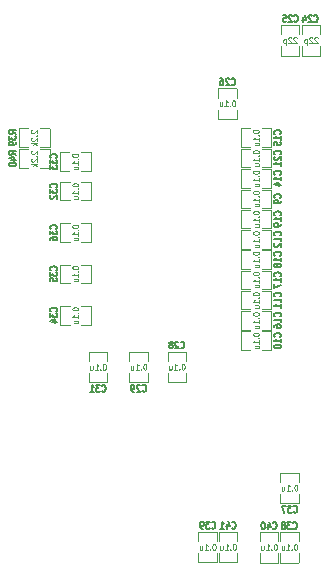
<source format=gbr>
G04 #@! TF.FileFunction,Legend,Bot*
%FSLAX46Y46*%
G04 Gerber Fmt 4.6, Leading zero omitted, Abs format (unit mm)*
G04 Created by KiCad (PCBNEW 4.0.6+dfsg1-1) date Fri Sep 29 01:28:00 2017*
%MOMM*%
%LPD*%
G01*
G04 APERTURE LIST*
%ADD10C,0.100000*%
%ADD11C,0.119380*%
%ADD12C,0.127000*%
%ADD13C,0.114300*%
G04 APERTURE END LIST*
D10*
D11*
X58979620Y-53674860D02*
X58197300Y-53674860D01*
X59980380Y-53674860D02*
X60762700Y-53674860D01*
X58979620Y-52105140D02*
X58197300Y-52105140D01*
X60762700Y-52105140D02*
X59980380Y-52105140D01*
X58189680Y-52128000D02*
X58189680Y-53652000D01*
X60770320Y-53652000D02*
X60770320Y-52128000D01*
X58979620Y-65684860D02*
X58197300Y-65684860D01*
X59980380Y-65684860D02*
X60762700Y-65684860D01*
X58979620Y-64115140D02*
X58197300Y-64115140D01*
X60762700Y-64115140D02*
X59980380Y-64115140D01*
X58189680Y-64138000D02*
X58189680Y-65662000D01*
X60770320Y-65662000D02*
X60770320Y-64138000D01*
X58979620Y-62254860D02*
X58197300Y-62254860D01*
X59980380Y-62254860D02*
X60762700Y-62254860D01*
X58979620Y-60685140D02*
X58197300Y-60685140D01*
X60762700Y-60685140D02*
X59980380Y-60685140D01*
X58189680Y-60708000D02*
X58189680Y-62232000D01*
X60770320Y-62232000D02*
X60770320Y-60708000D01*
X58979620Y-57104860D02*
X58197300Y-57104860D01*
X59980380Y-57104860D02*
X60762700Y-57104860D01*
X58979620Y-55535140D02*
X58197300Y-55535140D01*
X60762700Y-55535140D02*
X59980380Y-55535140D01*
X58189680Y-55558000D02*
X58189680Y-57082000D01*
X60770320Y-57082000D02*
X60770320Y-55558000D01*
X58979620Y-51954860D02*
X58197300Y-51954860D01*
X59980380Y-51954860D02*
X60762700Y-51954860D01*
X58979620Y-50385140D02*
X58197300Y-50385140D01*
X60762700Y-50385140D02*
X59980380Y-50385140D01*
X58189680Y-50408000D02*
X58189680Y-51932000D01*
X60770320Y-51932000D02*
X60770320Y-50408000D01*
X58969620Y-48504860D02*
X58187300Y-48504860D01*
X59970380Y-48504860D02*
X60752700Y-48504860D01*
X58969620Y-46935140D02*
X58187300Y-46935140D01*
X60752700Y-46935140D02*
X59970380Y-46935140D01*
X58179680Y-46958000D02*
X58179680Y-48482000D01*
X60760320Y-48482000D02*
X60760320Y-46958000D01*
X58979620Y-63964860D02*
X58197300Y-63964860D01*
X59980380Y-63964860D02*
X60762700Y-63964860D01*
X58979620Y-62395140D02*
X58197300Y-62395140D01*
X60762700Y-62395140D02*
X59980380Y-62395140D01*
X58189680Y-62418000D02*
X58189680Y-63942000D01*
X60770320Y-63942000D02*
X60770320Y-62418000D01*
X58979620Y-60534860D02*
X58197300Y-60534860D01*
X59980380Y-60534860D02*
X60762700Y-60534860D01*
X58979620Y-58965140D02*
X58197300Y-58965140D01*
X60762700Y-58965140D02*
X59980380Y-58965140D01*
X58189680Y-58988000D02*
X58189680Y-60512000D01*
X60770320Y-60512000D02*
X60770320Y-58988000D01*
X58979620Y-58814860D02*
X58197300Y-58814860D01*
X59980380Y-58814860D02*
X60762700Y-58814860D01*
X58979620Y-57245140D02*
X58197300Y-57245140D01*
X60762700Y-57245140D02*
X59980380Y-57245140D01*
X58189680Y-57268000D02*
X58189680Y-58792000D01*
X60770320Y-58792000D02*
X60770320Y-57268000D01*
X58979620Y-55384860D02*
X58197300Y-55384860D01*
X59980380Y-55384860D02*
X60762700Y-55384860D01*
X58979620Y-53815140D02*
X58197300Y-53815140D01*
X60762700Y-53815140D02*
X59980380Y-53815140D01*
X58189680Y-53838000D02*
X58189680Y-55362000D01*
X60770320Y-55362000D02*
X60770320Y-53838000D01*
X58979620Y-50234860D02*
X58197300Y-50234860D01*
X59980380Y-50234860D02*
X60762700Y-50234860D01*
X58979620Y-48665140D02*
X58197300Y-48665140D01*
X60762700Y-48665140D02*
X59980380Y-48665140D01*
X58189680Y-48688000D02*
X58189680Y-50212000D01*
X60770320Y-50212000D02*
X60770320Y-48688000D01*
X63335140Y-38979620D02*
X63335140Y-38197300D01*
X63335140Y-39980380D02*
X63335140Y-40762700D01*
X64904860Y-38979620D02*
X64904860Y-38197300D01*
X64904860Y-40762700D02*
X64904860Y-39980380D01*
X64882000Y-38189680D02*
X63358000Y-38189680D01*
X63358000Y-40770320D02*
X64882000Y-40770320D01*
X61555140Y-38979620D02*
X61555140Y-38197300D01*
X61555140Y-39980380D02*
X61555140Y-40762700D01*
X63124860Y-38979620D02*
X63124860Y-38197300D01*
X63124860Y-40762700D02*
X63124860Y-39980380D01*
X63102000Y-38189680D02*
X61578000Y-38189680D01*
X61578000Y-40770320D02*
X63102000Y-40770320D01*
X57824860Y-45340380D02*
X57824860Y-46122700D01*
X57824860Y-44339620D02*
X57824860Y-43557300D01*
X56255140Y-45340380D02*
X56255140Y-46122700D01*
X56255140Y-43557300D02*
X56255140Y-44339620D01*
X56278000Y-46130320D02*
X57802000Y-46130320D01*
X57802000Y-43549680D02*
X56278000Y-43549680D01*
X53544860Y-67630380D02*
X53544860Y-68412700D01*
X53544860Y-66629620D02*
X53544860Y-65847300D01*
X51975140Y-67630380D02*
X51975140Y-68412700D01*
X51975140Y-65847300D02*
X51975140Y-66629620D01*
X51998000Y-68420320D02*
X53522000Y-68420320D01*
X53522000Y-65839680D02*
X51998000Y-65839680D01*
X48735140Y-66629620D02*
X48735140Y-65847300D01*
X48735140Y-67630380D02*
X48735140Y-68412700D01*
X50304860Y-66629620D02*
X50304860Y-65847300D01*
X50304860Y-68412700D02*
X50304860Y-67630380D01*
X50282000Y-65839680D02*
X48758000Y-65839680D01*
X48758000Y-68420320D02*
X50282000Y-68420320D01*
X45295140Y-66639620D02*
X45295140Y-65857300D01*
X45295140Y-67640380D02*
X45295140Y-68422700D01*
X46864860Y-66639620D02*
X46864860Y-65857300D01*
X46864860Y-68422700D02*
X46864860Y-67640380D01*
X46842000Y-65849680D02*
X45318000Y-65849680D01*
X45318000Y-68430320D02*
X46842000Y-68430320D01*
X44680380Y-51455140D02*
X45462700Y-51455140D01*
X43679620Y-51455140D02*
X42897300Y-51455140D01*
X44680380Y-53024860D02*
X45462700Y-53024860D01*
X42897300Y-53024860D02*
X43679620Y-53024860D01*
X45470320Y-53002000D02*
X45470320Y-51478000D01*
X42889680Y-51478000D02*
X42889680Y-53002000D01*
X44670380Y-48955140D02*
X45452700Y-48955140D01*
X43669620Y-48955140D02*
X42887300Y-48955140D01*
X44670380Y-50524860D02*
X45452700Y-50524860D01*
X42887300Y-50524860D02*
X43669620Y-50524860D01*
X45460320Y-50502000D02*
X45460320Y-48978000D01*
X42879680Y-48978000D02*
X42879680Y-50502000D01*
X44680380Y-61965140D02*
X45462700Y-61965140D01*
X43679620Y-61965140D02*
X42897300Y-61965140D01*
X44680380Y-63534860D02*
X45462700Y-63534860D01*
X42897300Y-63534860D02*
X43679620Y-63534860D01*
X45470320Y-63512000D02*
X45470320Y-61988000D01*
X42889680Y-61988000D02*
X42889680Y-63512000D01*
X44680380Y-58465140D02*
X45462700Y-58465140D01*
X43679620Y-58465140D02*
X42897300Y-58465140D01*
X44680380Y-60034860D02*
X45462700Y-60034860D01*
X42897300Y-60034860D02*
X43679620Y-60034860D01*
X45470320Y-60012000D02*
X45470320Y-58488000D01*
X42889680Y-58488000D02*
X42889680Y-60012000D01*
X44680380Y-54965140D02*
X45462700Y-54965140D01*
X43679620Y-54965140D02*
X42897300Y-54965140D01*
X44680380Y-56534860D02*
X45462700Y-56534860D01*
X42897300Y-56534860D02*
X43679620Y-56534860D01*
X45470320Y-56512000D02*
X45470320Y-54988000D01*
X42889680Y-54988000D02*
X42889680Y-56512000D01*
X61515140Y-76869620D02*
X61515140Y-76087300D01*
X61515140Y-77870380D02*
X61515140Y-78652700D01*
X63084860Y-76869620D02*
X63084860Y-76087300D01*
X63084860Y-78652700D02*
X63084860Y-77870380D01*
X63062000Y-76079680D02*
X61538000Y-76079680D01*
X61538000Y-78660320D02*
X63062000Y-78660320D01*
X63064860Y-82900380D02*
X63064860Y-83682700D01*
X63064860Y-81899620D02*
X63064860Y-81117300D01*
X61495140Y-82900380D02*
X61495140Y-83682700D01*
X61495140Y-81117300D02*
X61495140Y-81899620D01*
X61518000Y-83690320D02*
X63042000Y-83690320D01*
X63042000Y-81109680D02*
X61518000Y-81109680D01*
X56154860Y-82880380D02*
X56154860Y-83662700D01*
X56154860Y-81879620D02*
X56154860Y-81097300D01*
X54585140Y-82880380D02*
X54585140Y-83662700D01*
X54585140Y-81097300D02*
X54585140Y-81879620D01*
X54608000Y-83670320D02*
X56132000Y-83670320D01*
X56132000Y-81089680D02*
X54608000Y-81089680D01*
X61344860Y-82900380D02*
X61344860Y-83682700D01*
X61344860Y-81899620D02*
X61344860Y-81117300D01*
X59775140Y-82900380D02*
X59775140Y-83682700D01*
X59775140Y-81117300D02*
X59775140Y-81899620D01*
X59798000Y-83690320D02*
X61322000Y-83690320D01*
X61322000Y-81109680D02*
X59798000Y-81109680D01*
X57874860Y-82880380D02*
X57874860Y-83662700D01*
X57874860Y-81879620D02*
X57874860Y-81097300D01*
X56305140Y-82880380D02*
X56305140Y-83662700D01*
X56305140Y-81097300D02*
X56305140Y-81879620D01*
X56328000Y-83670320D02*
X57852000Y-83670320D01*
X57852000Y-81089680D02*
X56328000Y-81089680D01*
X41190380Y-46935140D02*
X41972700Y-46935140D01*
X40189620Y-46935140D02*
X39407300Y-46935140D01*
X41190380Y-48504860D02*
X41972700Y-48504860D01*
X39407300Y-48504860D02*
X40189620Y-48504860D01*
X41980320Y-48482000D02*
X41980320Y-46958000D01*
X39399680Y-46958000D02*
X39399680Y-48482000D01*
X41190380Y-48695140D02*
X41972700Y-48695140D01*
X40189620Y-48695140D02*
X39407300Y-48695140D01*
X41190380Y-50264860D02*
X41972700Y-50264860D01*
X39407300Y-50264860D02*
X40189620Y-50264860D01*
X41980320Y-50242000D02*
X41980320Y-48718000D01*
X39399680Y-48718000D02*
X39399680Y-50242000D01*
D12*
X61517443Y-52805333D02*
X61545262Y-52781143D01*
X61573081Y-52708571D01*
X61573081Y-52660190D01*
X61545262Y-52587619D01*
X61489624Y-52539238D01*
X61433986Y-52515047D01*
X61322710Y-52490857D01*
X61239252Y-52490857D01*
X61127976Y-52515047D01*
X61072338Y-52539238D01*
X61016700Y-52587619D01*
X60988881Y-52660190D01*
X60988881Y-52708571D01*
X61016700Y-52781143D01*
X61044519Y-52805333D01*
X61573081Y-53047238D02*
X61573081Y-53144000D01*
X61545262Y-53192381D01*
X61517443Y-53216571D01*
X61433986Y-53264952D01*
X61322710Y-53289143D01*
X61100157Y-53289143D01*
X61044519Y-53264952D01*
X61016700Y-53240762D01*
X60988881Y-53192381D01*
X60988881Y-53095619D01*
X61016700Y-53047238D01*
X61044519Y-53023047D01*
X61100157Y-52998857D01*
X61239252Y-52998857D01*
X61294890Y-53023047D01*
X61322710Y-53047238D01*
X61350529Y-53095619D01*
X61350529Y-53192381D01*
X61322710Y-53240762D01*
X61294890Y-53264952D01*
X61239252Y-53289143D01*
D13*
X59201810Y-52334829D02*
X59201810Y-52378372D01*
X59226000Y-52421915D01*
X59250190Y-52443686D01*
X59298571Y-52465457D01*
X59395333Y-52487229D01*
X59516286Y-52487229D01*
X59613048Y-52465457D01*
X59661429Y-52443686D01*
X59685619Y-52421915D01*
X59709810Y-52378372D01*
X59709810Y-52334829D01*
X59685619Y-52291286D01*
X59661429Y-52269515D01*
X59613048Y-52247743D01*
X59516286Y-52225972D01*
X59395333Y-52225972D01*
X59298571Y-52247743D01*
X59250190Y-52269515D01*
X59226000Y-52291286D01*
X59201810Y-52334829D01*
X59661429Y-52683172D02*
X59685619Y-52704944D01*
X59709810Y-52683172D01*
X59685619Y-52661401D01*
X59661429Y-52683172D01*
X59709810Y-52683172D01*
X59709810Y-53140372D02*
X59709810Y-52879115D01*
X59709810Y-53009743D02*
X59201810Y-53009743D01*
X59274381Y-52966200D01*
X59322762Y-52922658D01*
X59346952Y-52879115D01*
X59371143Y-53532258D02*
X59709810Y-53532258D01*
X59371143Y-53336315D02*
X59637238Y-53336315D01*
X59685619Y-53358087D01*
X59709810Y-53401629D01*
X59709810Y-53466944D01*
X59685619Y-53510487D01*
X59661429Y-53532258D01*
D12*
X61517443Y-64573428D02*
X61545262Y-64549238D01*
X61573081Y-64476666D01*
X61573081Y-64428285D01*
X61545262Y-64355714D01*
X61489624Y-64307333D01*
X61433986Y-64283142D01*
X61322710Y-64258952D01*
X61239252Y-64258952D01*
X61127976Y-64283142D01*
X61072338Y-64307333D01*
X61016700Y-64355714D01*
X60988881Y-64428285D01*
X60988881Y-64476666D01*
X61016700Y-64549238D01*
X61044519Y-64573428D01*
X61573081Y-65057238D02*
X61573081Y-64766952D01*
X61573081Y-64912095D02*
X60988881Y-64912095D01*
X61072338Y-64863714D01*
X61127976Y-64815333D01*
X61155795Y-64766952D01*
X60988881Y-65371714D02*
X60988881Y-65420095D01*
X61016700Y-65468476D01*
X61044519Y-65492667D01*
X61100157Y-65516857D01*
X61211433Y-65541048D01*
X61350529Y-65541048D01*
X61461805Y-65516857D01*
X61517443Y-65492667D01*
X61545262Y-65468476D01*
X61573081Y-65420095D01*
X61573081Y-65371714D01*
X61545262Y-65323333D01*
X61517443Y-65299143D01*
X61461805Y-65274952D01*
X61350529Y-65250762D01*
X61211433Y-65250762D01*
X61100157Y-65274952D01*
X61044519Y-65299143D01*
X61016700Y-65323333D01*
X60988881Y-65371714D01*
D13*
X59201810Y-64344829D02*
X59201810Y-64388372D01*
X59226000Y-64431915D01*
X59250190Y-64453686D01*
X59298571Y-64475457D01*
X59395333Y-64497229D01*
X59516286Y-64497229D01*
X59613048Y-64475457D01*
X59661429Y-64453686D01*
X59685619Y-64431915D01*
X59709810Y-64388372D01*
X59709810Y-64344829D01*
X59685619Y-64301286D01*
X59661429Y-64279515D01*
X59613048Y-64257743D01*
X59516286Y-64235972D01*
X59395333Y-64235972D01*
X59298571Y-64257743D01*
X59250190Y-64279515D01*
X59226000Y-64301286D01*
X59201810Y-64344829D01*
X59661429Y-64693172D02*
X59685619Y-64714944D01*
X59709810Y-64693172D01*
X59685619Y-64671401D01*
X59661429Y-64693172D01*
X59709810Y-64693172D01*
X59709810Y-65150372D02*
X59709810Y-64889115D01*
X59709810Y-65019743D02*
X59201810Y-65019743D01*
X59274381Y-64976200D01*
X59322762Y-64932658D01*
X59346952Y-64889115D01*
X59371143Y-65542258D02*
X59709810Y-65542258D01*
X59371143Y-65346315D02*
X59637238Y-65346315D01*
X59685619Y-65368087D01*
X59709810Y-65411629D01*
X59709810Y-65476944D01*
X59685619Y-65520487D01*
X59661429Y-65542258D01*
D12*
X61517443Y-61143428D02*
X61545262Y-61119238D01*
X61573081Y-61046666D01*
X61573081Y-60998285D01*
X61545262Y-60925714D01*
X61489624Y-60877333D01*
X61433986Y-60853142D01*
X61322710Y-60828952D01*
X61239252Y-60828952D01*
X61127976Y-60853142D01*
X61072338Y-60877333D01*
X61016700Y-60925714D01*
X60988881Y-60998285D01*
X60988881Y-61046666D01*
X61016700Y-61119238D01*
X61044519Y-61143428D01*
X61573081Y-61627238D02*
X61573081Y-61336952D01*
X61573081Y-61482095D02*
X60988881Y-61482095D01*
X61072338Y-61433714D01*
X61127976Y-61385333D01*
X61155795Y-61336952D01*
X61573081Y-62111048D02*
X61573081Y-61820762D01*
X61573081Y-61965905D02*
X60988881Y-61965905D01*
X61072338Y-61917524D01*
X61127976Y-61869143D01*
X61155795Y-61820762D01*
D13*
X59201810Y-60914829D02*
X59201810Y-60958372D01*
X59226000Y-61001915D01*
X59250190Y-61023686D01*
X59298571Y-61045457D01*
X59395333Y-61067229D01*
X59516286Y-61067229D01*
X59613048Y-61045457D01*
X59661429Y-61023686D01*
X59685619Y-61001915D01*
X59709810Y-60958372D01*
X59709810Y-60914829D01*
X59685619Y-60871286D01*
X59661429Y-60849515D01*
X59613048Y-60827743D01*
X59516286Y-60805972D01*
X59395333Y-60805972D01*
X59298571Y-60827743D01*
X59250190Y-60849515D01*
X59226000Y-60871286D01*
X59201810Y-60914829D01*
X59661429Y-61263172D02*
X59685619Y-61284944D01*
X59709810Y-61263172D01*
X59685619Y-61241401D01*
X59661429Y-61263172D01*
X59709810Y-61263172D01*
X59709810Y-61720372D02*
X59709810Y-61459115D01*
X59709810Y-61589743D02*
X59201810Y-61589743D01*
X59274381Y-61546200D01*
X59322762Y-61502658D01*
X59346952Y-61459115D01*
X59371143Y-62112258D02*
X59709810Y-62112258D01*
X59371143Y-61916315D02*
X59637238Y-61916315D01*
X59685619Y-61938087D01*
X59709810Y-61981629D01*
X59709810Y-62046944D01*
X59685619Y-62090487D01*
X59661429Y-62112258D01*
D12*
X61517443Y-55993428D02*
X61545262Y-55969238D01*
X61573081Y-55896666D01*
X61573081Y-55848285D01*
X61545262Y-55775714D01*
X61489624Y-55727333D01*
X61433986Y-55703142D01*
X61322710Y-55678952D01*
X61239252Y-55678952D01*
X61127976Y-55703142D01*
X61072338Y-55727333D01*
X61016700Y-55775714D01*
X60988881Y-55848285D01*
X60988881Y-55896666D01*
X61016700Y-55969238D01*
X61044519Y-55993428D01*
X61573081Y-56477238D02*
X61573081Y-56186952D01*
X61573081Y-56332095D02*
X60988881Y-56332095D01*
X61072338Y-56283714D01*
X61127976Y-56235333D01*
X61155795Y-56186952D01*
X61044519Y-56670762D02*
X61016700Y-56694952D01*
X60988881Y-56743333D01*
X60988881Y-56864286D01*
X61016700Y-56912667D01*
X61044519Y-56936857D01*
X61100157Y-56961048D01*
X61155795Y-56961048D01*
X61239252Y-56936857D01*
X61573081Y-56646571D01*
X61573081Y-56961048D01*
D13*
X59201810Y-55764829D02*
X59201810Y-55808372D01*
X59226000Y-55851915D01*
X59250190Y-55873686D01*
X59298571Y-55895457D01*
X59395333Y-55917229D01*
X59516286Y-55917229D01*
X59613048Y-55895457D01*
X59661429Y-55873686D01*
X59685619Y-55851915D01*
X59709810Y-55808372D01*
X59709810Y-55764829D01*
X59685619Y-55721286D01*
X59661429Y-55699515D01*
X59613048Y-55677743D01*
X59516286Y-55655972D01*
X59395333Y-55655972D01*
X59298571Y-55677743D01*
X59250190Y-55699515D01*
X59226000Y-55721286D01*
X59201810Y-55764829D01*
X59661429Y-56113172D02*
X59685619Y-56134944D01*
X59709810Y-56113172D01*
X59685619Y-56091401D01*
X59661429Y-56113172D01*
X59709810Y-56113172D01*
X59709810Y-56570372D02*
X59709810Y-56309115D01*
X59709810Y-56439743D02*
X59201810Y-56439743D01*
X59274381Y-56396200D01*
X59322762Y-56352658D01*
X59346952Y-56309115D01*
X59371143Y-56962258D02*
X59709810Y-56962258D01*
X59371143Y-56766315D02*
X59637238Y-56766315D01*
X59685619Y-56788087D01*
X59709810Y-56831629D01*
X59709810Y-56896944D01*
X59685619Y-56940487D01*
X59661429Y-56962258D01*
D12*
X61517443Y-50843428D02*
X61545262Y-50819238D01*
X61573081Y-50746666D01*
X61573081Y-50698285D01*
X61545262Y-50625714D01*
X61489624Y-50577333D01*
X61433986Y-50553142D01*
X61322710Y-50528952D01*
X61239252Y-50528952D01*
X61127976Y-50553142D01*
X61072338Y-50577333D01*
X61016700Y-50625714D01*
X60988881Y-50698285D01*
X60988881Y-50746666D01*
X61016700Y-50819238D01*
X61044519Y-50843428D01*
X61573081Y-51327238D02*
X61573081Y-51036952D01*
X61573081Y-51182095D02*
X60988881Y-51182095D01*
X61072338Y-51133714D01*
X61127976Y-51085333D01*
X61155795Y-51036952D01*
X61183614Y-51762667D02*
X61573081Y-51762667D01*
X60961062Y-51641714D02*
X61378348Y-51520762D01*
X61378348Y-51835238D01*
D13*
X59201810Y-50614829D02*
X59201810Y-50658372D01*
X59226000Y-50701915D01*
X59250190Y-50723686D01*
X59298571Y-50745457D01*
X59395333Y-50767229D01*
X59516286Y-50767229D01*
X59613048Y-50745457D01*
X59661429Y-50723686D01*
X59685619Y-50701915D01*
X59709810Y-50658372D01*
X59709810Y-50614829D01*
X59685619Y-50571286D01*
X59661429Y-50549515D01*
X59613048Y-50527743D01*
X59516286Y-50505972D01*
X59395333Y-50505972D01*
X59298571Y-50527743D01*
X59250190Y-50549515D01*
X59226000Y-50571286D01*
X59201810Y-50614829D01*
X59661429Y-50963172D02*
X59685619Y-50984944D01*
X59709810Y-50963172D01*
X59685619Y-50941401D01*
X59661429Y-50963172D01*
X59709810Y-50963172D01*
X59709810Y-51420372D02*
X59709810Y-51159115D01*
X59709810Y-51289743D02*
X59201810Y-51289743D01*
X59274381Y-51246200D01*
X59322762Y-51202658D01*
X59346952Y-51159115D01*
X59371143Y-51812258D02*
X59709810Y-51812258D01*
X59371143Y-51616315D02*
X59637238Y-51616315D01*
X59685619Y-51638087D01*
X59709810Y-51681629D01*
X59709810Y-51746944D01*
X59685619Y-51790487D01*
X59661429Y-51812258D01*
D12*
X61507443Y-47393428D02*
X61535262Y-47369238D01*
X61563081Y-47296666D01*
X61563081Y-47248285D01*
X61535262Y-47175714D01*
X61479624Y-47127333D01*
X61423986Y-47103142D01*
X61312710Y-47078952D01*
X61229252Y-47078952D01*
X61117976Y-47103142D01*
X61062338Y-47127333D01*
X61006700Y-47175714D01*
X60978881Y-47248285D01*
X60978881Y-47296666D01*
X61006700Y-47369238D01*
X61034519Y-47393428D01*
X61563081Y-47877238D02*
X61563081Y-47586952D01*
X61563081Y-47732095D02*
X60978881Y-47732095D01*
X61062338Y-47683714D01*
X61117976Y-47635333D01*
X61145795Y-47586952D01*
X60978881Y-48336857D02*
X60978881Y-48094952D01*
X61257071Y-48070762D01*
X61229252Y-48094952D01*
X61201433Y-48143333D01*
X61201433Y-48264286D01*
X61229252Y-48312667D01*
X61257071Y-48336857D01*
X61312710Y-48361048D01*
X61451805Y-48361048D01*
X61507443Y-48336857D01*
X61535262Y-48312667D01*
X61563081Y-48264286D01*
X61563081Y-48143333D01*
X61535262Y-48094952D01*
X61507443Y-48070762D01*
D13*
X59191810Y-47164829D02*
X59191810Y-47208372D01*
X59216000Y-47251915D01*
X59240190Y-47273686D01*
X59288571Y-47295457D01*
X59385333Y-47317229D01*
X59506286Y-47317229D01*
X59603048Y-47295457D01*
X59651429Y-47273686D01*
X59675619Y-47251915D01*
X59699810Y-47208372D01*
X59699810Y-47164829D01*
X59675619Y-47121286D01*
X59651429Y-47099515D01*
X59603048Y-47077743D01*
X59506286Y-47055972D01*
X59385333Y-47055972D01*
X59288571Y-47077743D01*
X59240190Y-47099515D01*
X59216000Y-47121286D01*
X59191810Y-47164829D01*
X59651429Y-47513172D02*
X59675619Y-47534944D01*
X59699810Y-47513172D01*
X59675619Y-47491401D01*
X59651429Y-47513172D01*
X59699810Y-47513172D01*
X59699810Y-47970372D02*
X59699810Y-47709115D01*
X59699810Y-47839743D02*
X59191810Y-47839743D01*
X59264381Y-47796200D01*
X59312762Y-47752658D01*
X59336952Y-47709115D01*
X59361143Y-48362258D02*
X59699810Y-48362258D01*
X59361143Y-48166315D02*
X59627238Y-48166315D01*
X59675619Y-48188087D01*
X59699810Y-48231629D01*
X59699810Y-48296944D01*
X59675619Y-48340487D01*
X59651429Y-48362258D01*
D12*
X61517443Y-62853428D02*
X61545262Y-62829238D01*
X61573081Y-62756666D01*
X61573081Y-62708285D01*
X61545262Y-62635714D01*
X61489624Y-62587333D01*
X61433986Y-62563142D01*
X61322710Y-62538952D01*
X61239252Y-62538952D01*
X61127976Y-62563142D01*
X61072338Y-62587333D01*
X61016700Y-62635714D01*
X60988881Y-62708285D01*
X60988881Y-62756666D01*
X61016700Y-62829238D01*
X61044519Y-62853428D01*
X61573081Y-63337238D02*
X61573081Y-63046952D01*
X61573081Y-63192095D02*
X60988881Y-63192095D01*
X61072338Y-63143714D01*
X61127976Y-63095333D01*
X61155795Y-63046952D01*
X60988881Y-63772667D02*
X60988881Y-63675905D01*
X61016700Y-63627524D01*
X61044519Y-63603333D01*
X61127976Y-63554952D01*
X61239252Y-63530762D01*
X61461805Y-63530762D01*
X61517443Y-63554952D01*
X61545262Y-63579143D01*
X61573081Y-63627524D01*
X61573081Y-63724286D01*
X61545262Y-63772667D01*
X61517443Y-63796857D01*
X61461805Y-63821048D01*
X61322710Y-63821048D01*
X61267071Y-63796857D01*
X61239252Y-63772667D01*
X61211433Y-63724286D01*
X61211433Y-63627524D01*
X61239252Y-63579143D01*
X61267071Y-63554952D01*
X61322710Y-63530762D01*
D13*
X59201810Y-62624829D02*
X59201810Y-62668372D01*
X59226000Y-62711915D01*
X59250190Y-62733686D01*
X59298571Y-62755457D01*
X59395333Y-62777229D01*
X59516286Y-62777229D01*
X59613048Y-62755457D01*
X59661429Y-62733686D01*
X59685619Y-62711915D01*
X59709810Y-62668372D01*
X59709810Y-62624829D01*
X59685619Y-62581286D01*
X59661429Y-62559515D01*
X59613048Y-62537743D01*
X59516286Y-62515972D01*
X59395333Y-62515972D01*
X59298571Y-62537743D01*
X59250190Y-62559515D01*
X59226000Y-62581286D01*
X59201810Y-62624829D01*
X59661429Y-62973172D02*
X59685619Y-62994944D01*
X59709810Y-62973172D01*
X59685619Y-62951401D01*
X59661429Y-62973172D01*
X59709810Y-62973172D01*
X59709810Y-63430372D02*
X59709810Y-63169115D01*
X59709810Y-63299743D02*
X59201810Y-63299743D01*
X59274381Y-63256200D01*
X59322762Y-63212658D01*
X59346952Y-63169115D01*
X59371143Y-63822258D02*
X59709810Y-63822258D01*
X59371143Y-63626315D02*
X59637238Y-63626315D01*
X59685619Y-63648087D01*
X59709810Y-63691629D01*
X59709810Y-63756944D01*
X59685619Y-63800487D01*
X59661429Y-63822258D01*
D12*
X61517443Y-59423428D02*
X61545262Y-59399238D01*
X61573081Y-59326666D01*
X61573081Y-59278285D01*
X61545262Y-59205714D01*
X61489624Y-59157333D01*
X61433986Y-59133142D01*
X61322710Y-59108952D01*
X61239252Y-59108952D01*
X61127976Y-59133142D01*
X61072338Y-59157333D01*
X61016700Y-59205714D01*
X60988881Y-59278285D01*
X60988881Y-59326666D01*
X61016700Y-59399238D01*
X61044519Y-59423428D01*
X61573081Y-59907238D02*
X61573081Y-59616952D01*
X61573081Y-59762095D02*
X60988881Y-59762095D01*
X61072338Y-59713714D01*
X61127976Y-59665333D01*
X61155795Y-59616952D01*
X60988881Y-60076571D02*
X60988881Y-60415238D01*
X61573081Y-60197524D01*
D13*
X59201810Y-59194829D02*
X59201810Y-59238372D01*
X59226000Y-59281915D01*
X59250190Y-59303686D01*
X59298571Y-59325457D01*
X59395333Y-59347229D01*
X59516286Y-59347229D01*
X59613048Y-59325457D01*
X59661429Y-59303686D01*
X59685619Y-59281915D01*
X59709810Y-59238372D01*
X59709810Y-59194829D01*
X59685619Y-59151286D01*
X59661429Y-59129515D01*
X59613048Y-59107743D01*
X59516286Y-59085972D01*
X59395333Y-59085972D01*
X59298571Y-59107743D01*
X59250190Y-59129515D01*
X59226000Y-59151286D01*
X59201810Y-59194829D01*
X59661429Y-59543172D02*
X59685619Y-59564944D01*
X59709810Y-59543172D01*
X59685619Y-59521401D01*
X59661429Y-59543172D01*
X59709810Y-59543172D01*
X59709810Y-60000372D02*
X59709810Y-59739115D01*
X59709810Y-59869743D02*
X59201810Y-59869743D01*
X59274381Y-59826200D01*
X59322762Y-59782658D01*
X59346952Y-59739115D01*
X59371143Y-60392258D02*
X59709810Y-60392258D01*
X59371143Y-60196315D02*
X59637238Y-60196315D01*
X59685619Y-60218087D01*
X59709810Y-60261629D01*
X59709810Y-60326944D01*
X59685619Y-60370487D01*
X59661429Y-60392258D01*
D12*
X61517443Y-57703428D02*
X61545262Y-57679238D01*
X61573081Y-57606666D01*
X61573081Y-57558285D01*
X61545262Y-57485714D01*
X61489624Y-57437333D01*
X61433986Y-57413142D01*
X61322710Y-57388952D01*
X61239252Y-57388952D01*
X61127976Y-57413142D01*
X61072338Y-57437333D01*
X61016700Y-57485714D01*
X60988881Y-57558285D01*
X60988881Y-57606666D01*
X61016700Y-57679238D01*
X61044519Y-57703428D01*
X61573081Y-58187238D02*
X61573081Y-57896952D01*
X61573081Y-58042095D02*
X60988881Y-58042095D01*
X61072338Y-57993714D01*
X61127976Y-57945333D01*
X61155795Y-57896952D01*
X61239252Y-58477524D02*
X61211433Y-58429143D01*
X61183614Y-58404952D01*
X61127976Y-58380762D01*
X61100157Y-58380762D01*
X61044519Y-58404952D01*
X61016700Y-58429143D01*
X60988881Y-58477524D01*
X60988881Y-58574286D01*
X61016700Y-58622667D01*
X61044519Y-58646857D01*
X61100157Y-58671048D01*
X61127976Y-58671048D01*
X61183614Y-58646857D01*
X61211433Y-58622667D01*
X61239252Y-58574286D01*
X61239252Y-58477524D01*
X61267071Y-58429143D01*
X61294890Y-58404952D01*
X61350529Y-58380762D01*
X61461805Y-58380762D01*
X61517443Y-58404952D01*
X61545262Y-58429143D01*
X61573081Y-58477524D01*
X61573081Y-58574286D01*
X61545262Y-58622667D01*
X61517443Y-58646857D01*
X61461805Y-58671048D01*
X61350529Y-58671048D01*
X61294890Y-58646857D01*
X61267071Y-58622667D01*
X61239252Y-58574286D01*
D13*
X59201810Y-57474829D02*
X59201810Y-57518372D01*
X59226000Y-57561915D01*
X59250190Y-57583686D01*
X59298571Y-57605457D01*
X59395333Y-57627229D01*
X59516286Y-57627229D01*
X59613048Y-57605457D01*
X59661429Y-57583686D01*
X59685619Y-57561915D01*
X59709810Y-57518372D01*
X59709810Y-57474829D01*
X59685619Y-57431286D01*
X59661429Y-57409515D01*
X59613048Y-57387743D01*
X59516286Y-57365972D01*
X59395333Y-57365972D01*
X59298571Y-57387743D01*
X59250190Y-57409515D01*
X59226000Y-57431286D01*
X59201810Y-57474829D01*
X59661429Y-57823172D02*
X59685619Y-57844944D01*
X59709810Y-57823172D01*
X59685619Y-57801401D01*
X59661429Y-57823172D01*
X59709810Y-57823172D01*
X59709810Y-58280372D02*
X59709810Y-58019115D01*
X59709810Y-58149743D02*
X59201810Y-58149743D01*
X59274381Y-58106200D01*
X59322762Y-58062658D01*
X59346952Y-58019115D01*
X59371143Y-58672258D02*
X59709810Y-58672258D01*
X59371143Y-58476315D02*
X59637238Y-58476315D01*
X59685619Y-58498087D01*
X59709810Y-58541629D01*
X59709810Y-58606944D01*
X59685619Y-58650487D01*
X59661429Y-58672258D01*
D12*
X61517443Y-54273428D02*
X61545262Y-54249238D01*
X61573081Y-54176666D01*
X61573081Y-54128285D01*
X61545262Y-54055714D01*
X61489624Y-54007333D01*
X61433986Y-53983142D01*
X61322710Y-53958952D01*
X61239252Y-53958952D01*
X61127976Y-53983142D01*
X61072338Y-54007333D01*
X61016700Y-54055714D01*
X60988881Y-54128285D01*
X60988881Y-54176666D01*
X61016700Y-54249238D01*
X61044519Y-54273428D01*
X61573081Y-54757238D02*
X61573081Y-54466952D01*
X61573081Y-54612095D02*
X60988881Y-54612095D01*
X61072338Y-54563714D01*
X61127976Y-54515333D01*
X61155795Y-54466952D01*
X61573081Y-54999143D02*
X61573081Y-55095905D01*
X61545262Y-55144286D01*
X61517443Y-55168476D01*
X61433986Y-55216857D01*
X61322710Y-55241048D01*
X61100157Y-55241048D01*
X61044519Y-55216857D01*
X61016700Y-55192667D01*
X60988881Y-55144286D01*
X60988881Y-55047524D01*
X61016700Y-54999143D01*
X61044519Y-54974952D01*
X61100157Y-54950762D01*
X61239252Y-54950762D01*
X61294890Y-54974952D01*
X61322710Y-54999143D01*
X61350529Y-55047524D01*
X61350529Y-55144286D01*
X61322710Y-55192667D01*
X61294890Y-55216857D01*
X61239252Y-55241048D01*
D13*
X59201810Y-54044829D02*
X59201810Y-54088372D01*
X59226000Y-54131915D01*
X59250190Y-54153686D01*
X59298571Y-54175457D01*
X59395333Y-54197229D01*
X59516286Y-54197229D01*
X59613048Y-54175457D01*
X59661429Y-54153686D01*
X59685619Y-54131915D01*
X59709810Y-54088372D01*
X59709810Y-54044829D01*
X59685619Y-54001286D01*
X59661429Y-53979515D01*
X59613048Y-53957743D01*
X59516286Y-53935972D01*
X59395333Y-53935972D01*
X59298571Y-53957743D01*
X59250190Y-53979515D01*
X59226000Y-54001286D01*
X59201810Y-54044829D01*
X59661429Y-54393172D02*
X59685619Y-54414944D01*
X59709810Y-54393172D01*
X59685619Y-54371401D01*
X59661429Y-54393172D01*
X59709810Y-54393172D01*
X59709810Y-54850372D02*
X59709810Y-54589115D01*
X59709810Y-54719743D02*
X59201810Y-54719743D01*
X59274381Y-54676200D01*
X59322762Y-54632658D01*
X59346952Y-54589115D01*
X59371143Y-55242258D02*
X59709810Y-55242258D01*
X59371143Y-55046315D02*
X59637238Y-55046315D01*
X59685619Y-55068087D01*
X59709810Y-55111629D01*
X59709810Y-55176944D01*
X59685619Y-55220487D01*
X59661429Y-55242258D01*
D12*
X61517443Y-49123428D02*
X61545262Y-49099238D01*
X61573081Y-49026666D01*
X61573081Y-48978285D01*
X61545262Y-48905714D01*
X61489624Y-48857333D01*
X61433986Y-48833142D01*
X61322710Y-48808952D01*
X61239252Y-48808952D01*
X61127976Y-48833142D01*
X61072338Y-48857333D01*
X61016700Y-48905714D01*
X60988881Y-48978285D01*
X60988881Y-49026666D01*
X61016700Y-49099238D01*
X61044519Y-49123428D01*
X61044519Y-49316952D02*
X61016700Y-49341142D01*
X60988881Y-49389523D01*
X60988881Y-49510476D01*
X61016700Y-49558857D01*
X61044519Y-49583047D01*
X61100157Y-49607238D01*
X61155795Y-49607238D01*
X61239252Y-49583047D01*
X61573081Y-49292761D01*
X61573081Y-49607238D01*
X61573081Y-50091048D02*
X61573081Y-49800762D01*
X61573081Y-49945905D02*
X60988881Y-49945905D01*
X61072338Y-49897524D01*
X61127976Y-49849143D01*
X61155795Y-49800762D01*
D13*
X59201810Y-48894829D02*
X59201810Y-48938372D01*
X59226000Y-48981915D01*
X59250190Y-49003686D01*
X59298571Y-49025457D01*
X59395333Y-49047229D01*
X59516286Y-49047229D01*
X59613048Y-49025457D01*
X59661429Y-49003686D01*
X59685619Y-48981915D01*
X59709810Y-48938372D01*
X59709810Y-48894829D01*
X59685619Y-48851286D01*
X59661429Y-48829515D01*
X59613048Y-48807743D01*
X59516286Y-48785972D01*
X59395333Y-48785972D01*
X59298571Y-48807743D01*
X59250190Y-48829515D01*
X59226000Y-48851286D01*
X59201810Y-48894829D01*
X59661429Y-49243172D02*
X59685619Y-49264944D01*
X59709810Y-49243172D01*
X59685619Y-49221401D01*
X59661429Y-49243172D01*
X59709810Y-49243172D01*
X59709810Y-49700372D02*
X59709810Y-49439115D01*
X59709810Y-49569743D02*
X59201810Y-49569743D01*
X59274381Y-49526200D01*
X59322762Y-49482658D01*
X59346952Y-49439115D01*
X59371143Y-50092258D02*
X59709810Y-50092258D01*
X59371143Y-49896315D02*
X59637238Y-49896315D01*
X59685619Y-49918087D01*
X59709810Y-49961629D01*
X59709810Y-50026944D01*
X59685619Y-50070487D01*
X59661429Y-50092258D01*
D12*
X64376572Y-37868643D02*
X64400762Y-37896462D01*
X64473334Y-37924281D01*
X64521715Y-37924281D01*
X64594286Y-37896462D01*
X64642667Y-37840824D01*
X64666858Y-37785186D01*
X64691048Y-37673910D01*
X64691048Y-37590452D01*
X64666858Y-37479176D01*
X64642667Y-37423538D01*
X64594286Y-37367900D01*
X64521715Y-37340081D01*
X64473334Y-37340081D01*
X64400762Y-37367900D01*
X64376572Y-37395719D01*
X64183048Y-37395719D02*
X64158858Y-37367900D01*
X64110477Y-37340081D01*
X63989524Y-37340081D01*
X63941143Y-37367900D01*
X63916953Y-37395719D01*
X63892762Y-37451357D01*
X63892762Y-37506995D01*
X63916953Y-37590452D01*
X64207239Y-37924281D01*
X63892762Y-37924281D01*
X63457333Y-37534814D02*
X63457333Y-37924281D01*
X63578286Y-37312262D02*
X63699238Y-37729548D01*
X63384762Y-37729548D01*
D13*
X64675171Y-39250190D02*
X64653400Y-39226000D01*
X64609857Y-39201810D01*
X64501000Y-39201810D01*
X64457457Y-39226000D01*
X64435686Y-39250190D01*
X64413914Y-39298571D01*
X64413914Y-39346952D01*
X64435686Y-39419524D01*
X64696943Y-39709810D01*
X64413914Y-39709810D01*
X64239742Y-39250190D02*
X64217971Y-39226000D01*
X64174428Y-39201810D01*
X64065571Y-39201810D01*
X64022028Y-39226000D01*
X64000257Y-39250190D01*
X63978485Y-39298571D01*
X63978485Y-39346952D01*
X64000257Y-39419524D01*
X64261514Y-39709810D01*
X63978485Y-39709810D01*
X63782542Y-39371143D02*
X63782542Y-39879143D01*
X63782542Y-39395333D02*
X63738999Y-39371143D01*
X63651913Y-39371143D01*
X63608370Y-39395333D01*
X63586599Y-39419524D01*
X63564828Y-39467905D01*
X63564828Y-39613048D01*
X63586599Y-39661429D01*
X63608370Y-39685619D01*
X63651913Y-39709810D01*
X63738999Y-39709810D01*
X63782542Y-39685619D01*
D12*
X62696572Y-37848643D02*
X62720762Y-37876462D01*
X62793334Y-37904281D01*
X62841715Y-37904281D01*
X62914286Y-37876462D01*
X62962667Y-37820824D01*
X62986858Y-37765186D01*
X63011048Y-37653910D01*
X63011048Y-37570452D01*
X62986858Y-37459176D01*
X62962667Y-37403538D01*
X62914286Y-37347900D01*
X62841715Y-37320081D01*
X62793334Y-37320081D01*
X62720762Y-37347900D01*
X62696572Y-37375719D01*
X62503048Y-37375719D02*
X62478858Y-37347900D01*
X62430477Y-37320081D01*
X62309524Y-37320081D01*
X62261143Y-37347900D01*
X62236953Y-37375719D01*
X62212762Y-37431357D01*
X62212762Y-37486995D01*
X62236953Y-37570452D01*
X62527239Y-37904281D01*
X62212762Y-37904281D01*
X61753143Y-37320081D02*
X61995048Y-37320081D01*
X62019238Y-37598271D01*
X61995048Y-37570452D01*
X61946667Y-37542633D01*
X61825714Y-37542633D01*
X61777333Y-37570452D01*
X61753143Y-37598271D01*
X61728952Y-37653910D01*
X61728952Y-37793005D01*
X61753143Y-37848643D01*
X61777333Y-37876462D01*
X61825714Y-37904281D01*
X61946667Y-37904281D01*
X61995048Y-37876462D01*
X62019238Y-37848643D01*
D13*
X62895171Y-39250190D02*
X62873400Y-39226000D01*
X62829857Y-39201810D01*
X62721000Y-39201810D01*
X62677457Y-39226000D01*
X62655686Y-39250190D01*
X62633914Y-39298571D01*
X62633914Y-39346952D01*
X62655686Y-39419524D01*
X62916943Y-39709810D01*
X62633914Y-39709810D01*
X62459742Y-39250190D02*
X62437971Y-39226000D01*
X62394428Y-39201810D01*
X62285571Y-39201810D01*
X62242028Y-39226000D01*
X62220257Y-39250190D01*
X62198485Y-39298571D01*
X62198485Y-39346952D01*
X62220257Y-39419524D01*
X62481514Y-39709810D01*
X62198485Y-39709810D01*
X62002542Y-39371143D02*
X62002542Y-39879143D01*
X62002542Y-39395333D02*
X61958999Y-39371143D01*
X61871913Y-39371143D01*
X61828370Y-39395333D01*
X61806599Y-39419524D01*
X61784828Y-39467905D01*
X61784828Y-39613048D01*
X61806599Y-39661429D01*
X61828370Y-39685619D01*
X61871913Y-39709810D01*
X61958999Y-39709810D01*
X62002542Y-39685619D01*
D12*
X57366572Y-43219843D02*
X57390762Y-43247662D01*
X57463334Y-43275481D01*
X57511715Y-43275481D01*
X57584286Y-43247662D01*
X57632667Y-43192024D01*
X57656858Y-43136386D01*
X57681048Y-43025110D01*
X57681048Y-42941652D01*
X57656858Y-42830376D01*
X57632667Y-42774738D01*
X57584286Y-42719100D01*
X57511715Y-42691281D01*
X57463334Y-42691281D01*
X57390762Y-42719100D01*
X57366572Y-42746919D01*
X57173048Y-42746919D02*
X57148858Y-42719100D01*
X57100477Y-42691281D01*
X56979524Y-42691281D01*
X56931143Y-42719100D01*
X56906953Y-42746919D01*
X56882762Y-42802557D01*
X56882762Y-42858195D01*
X56906953Y-42941652D01*
X57197239Y-43275481D01*
X56882762Y-43275481D01*
X56447333Y-42691281D02*
X56544095Y-42691281D01*
X56592476Y-42719100D01*
X56616667Y-42746919D01*
X56665048Y-42830376D01*
X56689238Y-42941652D01*
X56689238Y-43164205D01*
X56665048Y-43219843D01*
X56640857Y-43247662D01*
X56592476Y-43275481D01*
X56495714Y-43275481D01*
X56447333Y-43247662D01*
X56423143Y-43219843D01*
X56398952Y-43164205D01*
X56398952Y-43025110D01*
X56423143Y-42969471D01*
X56447333Y-42941652D01*
X56495714Y-42913833D01*
X56592476Y-42913833D01*
X56640857Y-42941652D01*
X56665048Y-42969471D01*
X56689238Y-43025110D01*
D13*
X57595171Y-44561810D02*
X57551628Y-44561810D01*
X57508085Y-44586000D01*
X57486314Y-44610190D01*
X57464543Y-44658571D01*
X57442771Y-44755333D01*
X57442771Y-44876286D01*
X57464543Y-44973048D01*
X57486314Y-45021429D01*
X57508085Y-45045619D01*
X57551628Y-45069810D01*
X57595171Y-45069810D01*
X57638714Y-45045619D01*
X57660485Y-45021429D01*
X57682257Y-44973048D01*
X57704028Y-44876286D01*
X57704028Y-44755333D01*
X57682257Y-44658571D01*
X57660485Y-44610190D01*
X57638714Y-44586000D01*
X57595171Y-44561810D01*
X57246828Y-45021429D02*
X57225056Y-45045619D01*
X57246828Y-45069810D01*
X57268599Y-45045619D01*
X57246828Y-45021429D01*
X57246828Y-45069810D01*
X56789628Y-45069810D02*
X57050885Y-45069810D01*
X56920257Y-45069810D02*
X56920257Y-44561810D01*
X56963800Y-44634381D01*
X57007342Y-44682762D01*
X57050885Y-44706952D01*
X56397742Y-44731143D02*
X56397742Y-45069810D01*
X56593685Y-44731143D02*
X56593685Y-44997238D01*
X56571913Y-45045619D01*
X56528371Y-45069810D01*
X56463056Y-45069810D01*
X56419513Y-45045619D01*
X56397742Y-45021429D01*
D12*
X53086572Y-65509843D02*
X53110762Y-65537662D01*
X53183334Y-65565481D01*
X53231715Y-65565481D01*
X53304286Y-65537662D01*
X53352667Y-65482024D01*
X53376858Y-65426386D01*
X53401048Y-65315110D01*
X53401048Y-65231652D01*
X53376858Y-65120376D01*
X53352667Y-65064738D01*
X53304286Y-65009100D01*
X53231715Y-64981281D01*
X53183334Y-64981281D01*
X53110762Y-65009100D01*
X53086572Y-65036919D01*
X52893048Y-65036919D02*
X52868858Y-65009100D01*
X52820477Y-64981281D01*
X52699524Y-64981281D01*
X52651143Y-65009100D01*
X52626953Y-65036919D01*
X52602762Y-65092557D01*
X52602762Y-65148195D01*
X52626953Y-65231652D01*
X52917239Y-65565481D01*
X52602762Y-65565481D01*
X52312476Y-65231652D02*
X52360857Y-65203833D01*
X52385048Y-65176014D01*
X52409238Y-65120376D01*
X52409238Y-65092557D01*
X52385048Y-65036919D01*
X52360857Y-65009100D01*
X52312476Y-64981281D01*
X52215714Y-64981281D01*
X52167333Y-65009100D01*
X52143143Y-65036919D01*
X52118952Y-65092557D01*
X52118952Y-65120376D01*
X52143143Y-65176014D01*
X52167333Y-65203833D01*
X52215714Y-65231652D01*
X52312476Y-65231652D01*
X52360857Y-65259471D01*
X52385048Y-65287290D01*
X52409238Y-65342929D01*
X52409238Y-65454205D01*
X52385048Y-65509843D01*
X52360857Y-65537662D01*
X52312476Y-65565481D01*
X52215714Y-65565481D01*
X52167333Y-65537662D01*
X52143143Y-65509843D01*
X52118952Y-65454205D01*
X52118952Y-65342929D01*
X52143143Y-65287290D01*
X52167333Y-65259471D01*
X52215714Y-65231652D01*
D13*
X53315171Y-66851810D02*
X53271628Y-66851810D01*
X53228085Y-66876000D01*
X53206314Y-66900190D01*
X53184543Y-66948571D01*
X53162771Y-67045333D01*
X53162771Y-67166286D01*
X53184543Y-67263048D01*
X53206314Y-67311429D01*
X53228085Y-67335619D01*
X53271628Y-67359810D01*
X53315171Y-67359810D01*
X53358714Y-67335619D01*
X53380485Y-67311429D01*
X53402257Y-67263048D01*
X53424028Y-67166286D01*
X53424028Y-67045333D01*
X53402257Y-66948571D01*
X53380485Y-66900190D01*
X53358714Y-66876000D01*
X53315171Y-66851810D01*
X52966828Y-67311429D02*
X52945056Y-67335619D01*
X52966828Y-67359810D01*
X52988599Y-67335619D01*
X52966828Y-67311429D01*
X52966828Y-67359810D01*
X52509628Y-67359810D02*
X52770885Y-67359810D01*
X52640257Y-67359810D02*
X52640257Y-66851810D01*
X52683800Y-66924381D01*
X52727342Y-66972762D01*
X52770885Y-66996952D01*
X52117742Y-67021143D02*
X52117742Y-67359810D01*
X52313685Y-67021143D02*
X52313685Y-67287238D01*
X52291913Y-67335619D01*
X52248371Y-67359810D01*
X52183056Y-67359810D01*
X52139513Y-67335619D01*
X52117742Y-67311429D01*
D12*
X49846572Y-69167443D02*
X49870762Y-69195262D01*
X49943334Y-69223081D01*
X49991715Y-69223081D01*
X50064286Y-69195262D01*
X50112667Y-69139624D01*
X50136858Y-69083986D01*
X50161048Y-68972710D01*
X50161048Y-68889252D01*
X50136858Y-68777976D01*
X50112667Y-68722338D01*
X50064286Y-68666700D01*
X49991715Y-68638881D01*
X49943334Y-68638881D01*
X49870762Y-68666700D01*
X49846572Y-68694519D01*
X49653048Y-68694519D02*
X49628858Y-68666700D01*
X49580477Y-68638881D01*
X49459524Y-68638881D01*
X49411143Y-68666700D01*
X49386953Y-68694519D01*
X49362762Y-68750157D01*
X49362762Y-68805795D01*
X49386953Y-68889252D01*
X49677239Y-69223081D01*
X49362762Y-69223081D01*
X49120857Y-69223081D02*
X49024095Y-69223081D01*
X48975714Y-69195262D01*
X48951524Y-69167443D01*
X48903143Y-69083986D01*
X48878952Y-68972710D01*
X48878952Y-68750157D01*
X48903143Y-68694519D01*
X48927333Y-68666700D01*
X48975714Y-68638881D01*
X49072476Y-68638881D01*
X49120857Y-68666700D01*
X49145048Y-68694519D01*
X49169238Y-68750157D01*
X49169238Y-68889252D01*
X49145048Y-68944890D01*
X49120857Y-68972710D01*
X49072476Y-69000529D01*
X48975714Y-69000529D01*
X48927333Y-68972710D01*
X48903143Y-68944890D01*
X48878952Y-68889252D01*
D13*
X50075171Y-66851810D02*
X50031628Y-66851810D01*
X49988085Y-66876000D01*
X49966314Y-66900190D01*
X49944543Y-66948571D01*
X49922771Y-67045333D01*
X49922771Y-67166286D01*
X49944543Y-67263048D01*
X49966314Y-67311429D01*
X49988085Y-67335619D01*
X50031628Y-67359810D01*
X50075171Y-67359810D01*
X50118714Y-67335619D01*
X50140485Y-67311429D01*
X50162257Y-67263048D01*
X50184028Y-67166286D01*
X50184028Y-67045333D01*
X50162257Y-66948571D01*
X50140485Y-66900190D01*
X50118714Y-66876000D01*
X50075171Y-66851810D01*
X49726828Y-67311429D02*
X49705056Y-67335619D01*
X49726828Y-67359810D01*
X49748599Y-67335619D01*
X49726828Y-67311429D01*
X49726828Y-67359810D01*
X49269628Y-67359810D02*
X49530885Y-67359810D01*
X49400257Y-67359810D02*
X49400257Y-66851810D01*
X49443800Y-66924381D01*
X49487342Y-66972762D01*
X49530885Y-66996952D01*
X48877742Y-67021143D02*
X48877742Y-67359810D01*
X49073685Y-67021143D02*
X49073685Y-67287238D01*
X49051913Y-67335619D01*
X49008371Y-67359810D01*
X48943056Y-67359810D01*
X48899513Y-67335619D01*
X48877742Y-67311429D01*
D12*
X46406572Y-69177443D02*
X46430762Y-69205262D01*
X46503334Y-69233081D01*
X46551715Y-69233081D01*
X46624286Y-69205262D01*
X46672667Y-69149624D01*
X46696858Y-69093986D01*
X46721048Y-68982710D01*
X46721048Y-68899252D01*
X46696858Y-68787976D01*
X46672667Y-68732338D01*
X46624286Y-68676700D01*
X46551715Y-68648881D01*
X46503334Y-68648881D01*
X46430762Y-68676700D01*
X46406572Y-68704519D01*
X46237239Y-68648881D02*
X45922762Y-68648881D01*
X46092096Y-68871433D01*
X46019524Y-68871433D01*
X45971143Y-68899252D01*
X45946953Y-68927071D01*
X45922762Y-68982710D01*
X45922762Y-69121805D01*
X45946953Y-69177443D01*
X45971143Y-69205262D01*
X46019524Y-69233081D01*
X46164667Y-69233081D01*
X46213048Y-69205262D01*
X46237239Y-69177443D01*
X45438952Y-69233081D02*
X45729238Y-69233081D01*
X45584095Y-69233081D02*
X45584095Y-68648881D01*
X45632476Y-68732338D01*
X45680857Y-68787976D01*
X45729238Y-68815795D01*
D13*
X46635171Y-66861810D02*
X46591628Y-66861810D01*
X46548085Y-66886000D01*
X46526314Y-66910190D01*
X46504543Y-66958571D01*
X46482771Y-67055333D01*
X46482771Y-67176286D01*
X46504543Y-67273048D01*
X46526314Y-67321429D01*
X46548085Y-67345619D01*
X46591628Y-67369810D01*
X46635171Y-67369810D01*
X46678714Y-67345619D01*
X46700485Y-67321429D01*
X46722257Y-67273048D01*
X46744028Y-67176286D01*
X46744028Y-67055333D01*
X46722257Y-66958571D01*
X46700485Y-66910190D01*
X46678714Y-66886000D01*
X46635171Y-66861810D01*
X46286828Y-67321429D02*
X46265056Y-67345619D01*
X46286828Y-67369810D01*
X46308599Y-67345619D01*
X46286828Y-67321429D01*
X46286828Y-67369810D01*
X45829628Y-67369810D02*
X46090885Y-67369810D01*
X45960257Y-67369810D02*
X45960257Y-66861810D01*
X46003800Y-66934381D01*
X46047342Y-66982762D01*
X46090885Y-67006952D01*
X45437742Y-67031143D02*
X45437742Y-67369810D01*
X45633685Y-67031143D02*
X45633685Y-67297238D01*
X45611913Y-67345619D01*
X45568371Y-67369810D01*
X45503056Y-67369810D01*
X45459513Y-67345619D01*
X45437742Y-67321429D01*
D12*
X42559843Y-51913428D02*
X42587662Y-51889238D01*
X42615481Y-51816666D01*
X42615481Y-51768285D01*
X42587662Y-51695714D01*
X42532024Y-51647333D01*
X42476386Y-51623142D01*
X42365110Y-51598952D01*
X42281652Y-51598952D01*
X42170376Y-51623142D01*
X42114738Y-51647333D01*
X42059100Y-51695714D01*
X42031281Y-51768285D01*
X42031281Y-51816666D01*
X42059100Y-51889238D01*
X42086919Y-51913428D01*
X42031281Y-52082761D02*
X42031281Y-52397238D01*
X42253833Y-52227904D01*
X42253833Y-52300476D01*
X42281652Y-52348857D01*
X42309471Y-52373047D01*
X42365110Y-52397238D01*
X42504205Y-52397238D01*
X42559843Y-52373047D01*
X42587662Y-52348857D01*
X42615481Y-52300476D01*
X42615481Y-52155333D01*
X42587662Y-52106952D01*
X42559843Y-52082761D01*
X42086919Y-52590762D02*
X42059100Y-52614952D01*
X42031281Y-52663333D01*
X42031281Y-52784286D01*
X42059100Y-52832667D01*
X42086919Y-52856857D01*
X42142557Y-52881048D01*
X42198195Y-52881048D01*
X42281652Y-52856857D01*
X42615481Y-52566571D01*
X42615481Y-52881048D01*
D13*
X43901810Y-51684829D02*
X43901810Y-51728372D01*
X43926000Y-51771915D01*
X43950190Y-51793686D01*
X43998571Y-51815457D01*
X44095333Y-51837229D01*
X44216286Y-51837229D01*
X44313048Y-51815457D01*
X44361429Y-51793686D01*
X44385619Y-51771915D01*
X44409810Y-51728372D01*
X44409810Y-51684829D01*
X44385619Y-51641286D01*
X44361429Y-51619515D01*
X44313048Y-51597743D01*
X44216286Y-51575972D01*
X44095333Y-51575972D01*
X43998571Y-51597743D01*
X43950190Y-51619515D01*
X43926000Y-51641286D01*
X43901810Y-51684829D01*
X44361429Y-52033172D02*
X44385619Y-52054944D01*
X44409810Y-52033172D01*
X44385619Y-52011401D01*
X44361429Y-52033172D01*
X44409810Y-52033172D01*
X44409810Y-52490372D02*
X44409810Y-52229115D01*
X44409810Y-52359743D02*
X43901810Y-52359743D01*
X43974381Y-52316200D01*
X44022762Y-52272658D01*
X44046952Y-52229115D01*
X44071143Y-52882258D02*
X44409810Y-52882258D01*
X44071143Y-52686315D02*
X44337238Y-52686315D01*
X44385619Y-52708087D01*
X44409810Y-52751629D01*
X44409810Y-52816944D01*
X44385619Y-52860487D01*
X44361429Y-52882258D01*
D12*
X42549843Y-49413428D02*
X42577662Y-49389238D01*
X42605481Y-49316666D01*
X42605481Y-49268285D01*
X42577662Y-49195714D01*
X42522024Y-49147333D01*
X42466386Y-49123142D01*
X42355110Y-49098952D01*
X42271652Y-49098952D01*
X42160376Y-49123142D01*
X42104738Y-49147333D01*
X42049100Y-49195714D01*
X42021281Y-49268285D01*
X42021281Y-49316666D01*
X42049100Y-49389238D01*
X42076919Y-49413428D01*
X42021281Y-49582761D02*
X42021281Y-49897238D01*
X42243833Y-49727904D01*
X42243833Y-49800476D01*
X42271652Y-49848857D01*
X42299471Y-49873047D01*
X42355110Y-49897238D01*
X42494205Y-49897238D01*
X42549843Y-49873047D01*
X42577662Y-49848857D01*
X42605481Y-49800476D01*
X42605481Y-49655333D01*
X42577662Y-49606952D01*
X42549843Y-49582761D01*
X42021281Y-50066571D02*
X42021281Y-50381048D01*
X42243833Y-50211714D01*
X42243833Y-50284286D01*
X42271652Y-50332667D01*
X42299471Y-50356857D01*
X42355110Y-50381048D01*
X42494205Y-50381048D01*
X42549843Y-50356857D01*
X42577662Y-50332667D01*
X42605481Y-50284286D01*
X42605481Y-50139143D01*
X42577662Y-50090762D01*
X42549843Y-50066571D01*
D13*
X43891810Y-49184829D02*
X43891810Y-49228372D01*
X43916000Y-49271915D01*
X43940190Y-49293686D01*
X43988571Y-49315457D01*
X44085333Y-49337229D01*
X44206286Y-49337229D01*
X44303048Y-49315457D01*
X44351429Y-49293686D01*
X44375619Y-49271915D01*
X44399810Y-49228372D01*
X44399810Y-49184829D01*
X44375619Y-49141286D01*
X44351429Y-49119515D01*
X44303048Y-49097743D01*
X44206286Y-49075972D01*
X44085333Y-49075972D01*
X43988571Y-49097743D01*
X43940190Y-49119515D01*
X43916000Y-49141286D01*
X43891810Y-49184829D01*
X44351429Y-49533172D02*
X44375619Y-49554944D01*
X44399810Y-49533172D01*
X44375619Y-49511401D01*
X44351429Y-49533172D01*
X44399810Y-49533172D01*
X44399810Y-49990372D02*
X44399810Y-49729115D01*
X44399810Y-49859743D02*
X43891810Y-49859743D01*
X43964381Y-49816200D01*
X44012762Y-49772658D01*
X44036952Y-49729115D01*
X44061143Y-50382258D02*
X44399810Y-50382258D01*
X44061143Y-50186315D02*
X44327238Y-50186315D01*
X44375619Y-50208087D01*
X44399810Y-50251629D01*
X44399810Y-50316944D01*
X44375619Y-50360487D01*
X44351429Y-50382258D01*
D12*
X42559843Y-62423428D02*
X42587662Y-62399238D01*
X42615481Y-62326666D01*
X42615481Y-62278285D01*
X42587662Y-62205714D01*
X42532024Y-62157333D01*
X42476386Y-62133142D01*
X42365110Y-62108952D01*
X42281652Y-62108952D01*
X42170376Y-62133142D01*
X42114738Y-62157333D01*
X42059100Y-62205714D01*
X42031281Y-62278285D01*
X42031281Y-62326666D01*
X42059100Y-62399238D01*
X42086919Y-62423428D01*
X42031281Y-62592761D02*
X42031281Y-62907238D01*
X42253833Y-62737904D01*
X42253833Y-62810476D01*
X42281652Y-62858857D01*
X42309471Y-62883047D01*
X42365110Y-62907238D01*
X42504205Y-62907238D01*
X42559843Y-62883047D01*
X42587662Y-62858857D01*
X42615481Y-62810476D01*
X42615481Y-62665333D01*
X42587662Y-62616952D01*
X42559843Y-62592761D01*
X42226014Y-63342667D02*
X42615481Y-63342667D01*
X42003462Y-63221714D02*
X42420748Y-63100762D01*
X42420748Y-63415238D01*
D13*
X43901810Y-62194829D02*
X43901810Y-62238372D01*
X43926000Y-62281915D01*
X43950190Y-62303686D01*
X43998571Y-62325457D01*
X44095333Y-62347229D01*
X44216286Y-62347229D01*
X44313048Y-62325457D01*
X44361429Y-62303686D01*
X44385619Y-62281915D01*
X44409810Y-62238372D01*
X44409810Y-62194829D01*
X44385619Y-62151286D01*
X44361429Y-62129515D01*
X44313048Y-62107743D01*
X44216286Y-62085972D01*
X44095333Y-62085972D01*
X43998571Y-62107743D01*
X43950190Y-62129515D01*
X43926000Y-62151286D01*
X43901810Y-62194829D01*
X44361429Y-62543172D02*
X44385619Y-62564944D01*
X44409810Y-62543172D01*
X44385619Y-62521401D01*
X44361429Y-62543172D01*
X44409810Y-62543172D01*
X44409810Y-63000372D02*
X44409810Y-62739115D01*
X44409810Y-62869743D02*
X43901810Y-62869743D01*
X43974381Y-62826200D01*
X44022762Y-62782658D01*
X44046952Y-62739115D01*
X44071143Y-63392258D02*
X44409810Y-63392258D01*
X44071143Y-63196315D02*
X44337238Y-63196315D01*
X44385619Y-63218087D01*
X44409810Y-63261629D01*
X44409810Y-63326944D01*
X44385619Y-63370487D01*
X44361429Y-63392258D01*
D12*
X42559843Y-58923428D02*
X42587662Y-58899238D01*
X42615481Y-58826666D01*
X42615481Y-58778285D01*
X42587662Y-58705714D01*
X42532024Y-58657333D01*
X42476386Y-58633142D01*
X42365110Y-58608952D01*
X42281652Y-58608952D01*
X42170376Y-58633142D01*
X42114738Y-58657333D01*
X42059100Y-58705714D01*
X42031281Y-58778285D01*
X42031281Y-58826666D01*
X42059100Y-58899238D01*
X42086919Y-58923428D01*
X42031281Y-59092761D02*
X42031281Y-59407238D01*
X42253833Y-59237904D01*
X42253833Y-59310476D01*
X42281652Y-59358857D01*
X42309471Y-59383047D01*
X42365110Y-59407238D01*
X42504205Y-59407238D01*
X42559843Y-59383047D01*
X42587662Y-59358857D01*
X42615481Y-59310476D01*
X42615481Y-59165333D01*
X42587662Y-59116952D01*
X42559843Y-59092761D01*
X42031281Y-59866857D02*
X42031281Y-59624952D01*
X42309471Y-59600762D01*
X42281652Y-59624952D01*
X42253833Y-59673333D01*
X42253833Y-59794286D01*
X42281652Y-59842667D01*
X42309471Y-59866857D01*
X42365110Y-59891048D01*
X42504205Y-59891048D01*
X42559843Y-59866857D01*
X42587662Y-59842667D01*
X42615481Y-59794286D01*
X42615481Y-59673333D01*
X42587662Y-59624952D01*
X42559843Y-59600762D01*
D13*
X43901810Y-58694829D02*
X43901810Y-58738372D01*
X43926000Y-58781915D01*
X43950190Y-58803686D01*
X43998571Y-58825457D01*
X44095333Y-58847229D01*
X44216286Y-58847229D01*
X44313048Y-58825457D01*
X44361429Y-58803686D01*
X44385619Y-58781915D01*
X44409810Y-58738372D01*
X44409810Y-58694829D01*
X44385619Y-58651286D01*
X44361429Y-58629515D01*
X44313048Y-58607743D01*
X44216286Y-58585972D01*
X44095333Y-58585972D01*
X43998571Y-58607743D01*
X43950190Y-58629515D01*
X43926000Y-58651286D01*
X43901810Y-58694829D01*
X44361429Y-59043172D02*
X44385619Y-59064944D01*
X44409810Y-59043172D01*
X44385619Y-59021401D01*
X44361429Y-59043172D01*
X44409810Y-59043172D01*
X44409810Y-59500372D02*
X44409810Y-59239115D01*
X44409810Y-59369743D02*
X43901810Y-59369743D01*
X43974381Y-59326200D01*
X44022762Y-59282658D01*
X44046952Y-59239115D01*
X44071143Y-59892258D02*
X44409810Y-59892258D01*
X44071143Y-59696315D02*
X44337238Y-59696315D01*
X44385619Y-59718087D01*
X44409810Y-59761629D01*
X44409810Y-59826944D01*
X44385619Y-59870487D01*
X44361429Y-59892258D01*
D12*
X42559843Y-55423428D02*
X42587662Y-55399238D01*
X42615481Y-55326666D01*
X42615481Y-55278285D01*
X42587662Y-55205714D01*
X42532024Y-55157333D01*
X42476386Y-55133142D01*
X42365110Y-55108952D01*
X42281652Y-55108952D01*
X42170376Y-55133142D01*
X42114738Y-55157333D01*
X42059100Y-55205714D01*
X42031281Y-55278285D01*
X42031281Y-55326666D01*
X42059100Y-55399238D01*
X42086919Y-55423428D01*
X42031281Y-55592761D02*
X42031281Y-55907238D01*
X42253833Y-55737904D01*
X42253833Y-55810476D01*
X42281652Y-55858857D01*
X42309471Y-55883047D01*
X42365110Y-55907238D01*
X42504205Y-55907238D01*
X42559843Y-55883047D01*
X42587662Y-55858857D01*
X42615481Y-55810476D01*
X42615481Y-55665333D01*
X42587662Y-55616952D01*
X42559843Y-55592761D01*
X42031281Y-56342667D02*
X42031281Y-56245905D01*
X42059100Y-56197524D01*
X42086919Y-56173333D01*
X42170376Y-56124952D01*
X42281652Y-56100762D01*
X42504205Y-56100762D01*
X42559843Y-56124952D01*
X42587662Y-56149143D01*
X42615481Y-56197524D01*
X42615481Y-56294286D01*
X42587662Y-56342667D01*
X42559843Y-56366857D01*
X42504205Y-56391048D01*
X42365110Y-56391048D01*
X42309471Y-56366857D01*
X42281652Y-56342667D01*
X42253833Y-56294286D01*
X42253833Y-56197524D01*
X42281652Y-56149143D01*
X42309471Y-56124952D01*
X42365110Y-56100762D01*
D13*
X43901810Y-55194829D02*
X43901810Y-55238372D01*
X43926000Y-55281915D01*
X43950190Y-55303686D01*
X43998571Y-55325457D01*
X44095333Y-55347229D01*
X44216286Y-55347229D01*
X44313048Y-55325457D01*
X44361429Y-55303686D01*
X44385619Y-55281915D01*
X44409810Y-55238372D01*
X44409810Y-55194829D01*
X44385619Y-55151286D01*
X44361429Y-55129515D01*
X44313048Y-55107743D01*
X44216286Y-55085972D01*
X44095333Y-55085972D01*
X43998571Y-55107743D01*
X43950190Y-55129515D01*
X43926000Y-55151286D01*
X43901810Y-55194829D01*
X44361429Y-55543172D02*
X44385619Y-55564944D01*
X44409810Y-55543172D01*
X44385619Y-55521401D01*
X44361429Y-55543172D01*
X44409810Y-55543172D01*
X44409810Y-56000372D02*
X44409810Y-55739115D01*
X44409810Y-55869743D02*
X43901810Y-55869743D01*
X43974381Y-55826200D01*
X44022762Y-55782658D01*
X44046952Y-55739115D01*
X44071143Y-56392258D02*
X44409810Y-56392258D01*
X44071143Y-56196315D02*
X44337238Y-56196315D01*
X44385619Y-56218087D01*
X44409810Y-56261629D01*
X44409810Y-56326944D01*
X44385619Y-56370487D01*
X44361429Y-56392258D01*
D12*
X62626572Y-79407443D02*
X62650762Y-79435262D01*
X62723334Y-79463081D01*
X62771715Y-79463081D01*
X62844286Y-79435262D01*
X62892667Y-79379624D01*
X62916858Y-79323986D01*
X62941048Y-79212710D01*
X62941048Y-79129252D01*
X62916858Y-79017976D01*
X62892667Y-78962338D01*
X62844286Y-78906700D01*
X62771715Y-78878881D01*
X62723334Y-78878881D01*
X62650762Y-78906700D01*
X62626572Y-78934519D01*
X62457239Y-78878881D02*
X62142762Y-78878881D01*
X62312096Y-79101433D01*
X62239524Y-79101433D01*
X62191143Y-79129252D01*
X62166953Y-79157071D01*
X62142762Y-79212710D01*
X62142762Y-79351805D01*
X62166953Y-79407443D01*
X62191143Y-79435262D01*
X62239524Y-79463081D01*
X62384667Y-79463081D01*
X62433048Y-79435262D01*
X62457239Y-79407443D01*
X61973429Y-78878881D02*
X61634762Y-78878881D01*
X61852476Y-79463081D01*
D13*
X62855171Y-77091810D02*
X62811628Y-77091810D01*
X62768085Y-77116000D01*
X62746314Y-77140190D01*
X62724543Y-77188571D01*
X62702771Y-77285333D01*
X62702771Y-77406286D01*
X62724543Y-77503048D01*
X62746314Y-77551429D01*
X62768085Y-77575619D01*
X62811628Y-77599810D01*
X62855171Y-77599810D01*
X62898714Y-77575619D01*
X62920485Y-77551429D01*
X62942257Y-77503048D01*
X62964028Y-77406286D01*
X62964028Y-77285333D01*
X62942257Y-77188571D01*
X62920485Y-77140190D01*
X62898714Y-77116000D01*
X62855171Y-77091810D01*
X62506828Y-77551429D02*
X62485056Y-77575619D01*
X62506828Y-77599810D01*
X62528599Y-77575619D01*
X62506828Y-77551429D01*
X62506828Y-77599810D01*
X62049628Y-77599810D02*
X62310885Y-77599810D01*
X62180257Y-77599810D02*
X62180257Y-77091810D01*
X62223800Y-77164381D01*
X62267342Y-77212762D01*
X62310885Y-77236952D01*
X61657742Y-77261143D02*
X61657742Y-77599810D01*
X61853685Y-77261143D02*
X61853685Y-77527238D01*
X61831913Y-77575619D01*
X61788371Y-77599810D01*
X61723056Y-77599810D01*
X61679513Y-77575619D01*
X61657742Y-77551429D01*
D12*
X62606572Y-80779843D02*
X62630762Y-80807662D01*
X62703334Y-80835481D01*
X62751715Y-80835481D01*
X62824286Y-80807662D01*
X62872667Y-80752024D01*
X62896858Y-80696386D01*
X62921048Y-80585110D01*
X62921048Y-80501652D01*
X62896858Y-80390376D01*
X62872667Y-80334738D01*
X62824286Y-80279100D01*
X62751715Y-80251281D01*
X62703334Y-80251281D01*
X62630762Y-80279100D01*
X62606572Y-80306919D01*
X62437239Y-80251281D02*
X62122762Y-80251281D01*
X62292096Y-80473833D01*
X62219524Y-80473833D01*
X62171143Y-80501652D01*
X62146953Y-80529471D01*
X62122762Y-80585110D01*
X62122762Y-80724205D01*
X62146953Y-80779843D01*
X62171143Y-80807662D01*
X62219524Y-80835481D01*
X62364667Y-80835481D01*
X62413048Y-80807662D01*
X62437239Y-80779843D01*
X61832476Y-80501652D02*
X61880857Y-80473833D01*
X61905048Y-80446014D01*
X61929238Y-80390376D01*
X61929238Y-80362557D01*
X61905048Y-80306919D01*
X61880857Y-80279100D01*
X61832476Y-80251281D01*
X61735714Y-80251281D01*
X61687333Y-80279100D01*
X61663143Y-80306919D01*
X61638952Y-80362557D01*
X61638952Y-80390376D01*
X61663143Y-80446014D01*
X61687333Y-80473833D01*
X61735714Y-80501652D01*
X61832476Y-80501652D01*
X61880857Y-80529471D01*
X61905048Y-80557290D01*
X61929238Y-80612929D01*
X61929238Y-80724205D01*
X61905048Y-80779843D01*
X61880857Y-80807662D01*
X61832476Y-80835481D01*
X61735714Y-80835481D01*
X61687333Y-80807662D01*
X61663143Y-80779843D01*
X61638952Y-80724205D01*
X61638952Y-80612929D01*
X61663143Y-80557290D01*
X61687333Y-80529471D01*
X61735714Y-80501652D01*
D13*
X62835171Y-82121810D02*
X62791628Y-82121810D01*
X62748085Y-82146000D01*
X62726314Y-82170190D01*
X62704543Y-82218571D01*
X62682771Y-82315333D01*
X62682771Y-82436286D01*
X62704543Y-82533048D01*
X62726314Y-82581429D01*
X62748085Y-82605619D01*
X62791628Y-82629810D01*
X62835171Y-82629810D01*
X62878714Y-82605619D01*
X62900485Y-82581429D01*
X62922257Y-82533048D01*
X62944028Y-82436286D01*
X62944028Y-82315333D01*
X62922257Y-82218571D01*
X62900485Y-82170190D01*
X62878714Y-82146000D01*
X62835171Y-82121810D01*
X62486828Y-82581429D02*
X62465056Y-82605619D01*
X62486828Y-82629810D01*
X62508599Y-82605619D01*
X62486828Y-82581429D01*
X62486828Y-82629810D01*
X62029628Y-82629810D02*
X62290885Y-82629810D01*
X62160257Y-82629810D02*
X62160257Y-82121810D01*
X62203800Y-82194381D01*
X62247342Y-82242762D01*
X62290885Y-82266952D01*
X61637742Y-82291143D02*
X61637742Y-82629810D01*
X61833685Y-82291143D02*
X61833685Y-82557238D01*
X61811913Y-82605619D01*
X61768371Y-82629810D01*
X61703056Y-82629810D01*
X61659513Y-82605619D01*
X61637742Y-82581429D01*
D12*
X55696572Y-80759843D02*
X55720762Y-80787662D01*
X55793334Y-80815481D01*
X55841715Y-80815481D01*
X55914286Y-80787662D01*
X55962667Y-80732024D01*
X55986858Y-80676386D01*
X56011048Y-80565110D01*
X56011048Y-80481652D01*
X55986858Y-80370376D01*
X55962667Y-80314738D01*
X55914286Y-80259100D01*
X55841715Y-80231281D01*
X55793334Y-80231281D01*
X55720762Y-80259100D01*
X55696572Y-80286919D01*
X55527239Y-80231281D02*
X55212762Y-80231281D01*
X55382096Y-80453833D01*
X55309524Y-80453833D01*
X55261143Y-80481652D01*
X55236953Y-80509471D01*
X55212762Y-80565110D01*
X55212762Y-80704205D01*
X55236953Y-80759843D01*
X55261143Y-80787662D01*
X55309524Y-80815481D01*
X55454667Y-80815481D01*
X55503048Y-80787662D01*
X55527239Y-80759843D01*
X54970857Y-80815481D02*
X54874095Y-80815481D01*
X54825714Y-80787662D01*
X54801524Y-80759843D01*
X54753143Y-80676386D01*
X54728952Y-80565110D01*
X54728952Y-80342557D01*
X54753143Y-80286919D01*
X54777333Y-80259100D01*
X54825714Y-80231281D01*
X54922476Y-80231281D01*
X54970857Y-80259100D01*
X54995048Y-80286919D01*
X55019238Y-80342557D01*
X55019238Y-80481652D01*
X54995048Y-80537290D01*
X54970857Y-80565110D01*
X54922476Y-80592929D01*
X54825714Y-80592929D01*
X54777333Y-80565110D01*
X54753143Y-80537290D01*
X54728952Y-80481652D01*
D13*
X55925171Y-82101810D02*
X55881628Y-82101810D01*
X55838085Y-82126000D01*
X55816314Y-82150190D01*
X55794543Y-82198571D01*
X55772771Y-82295333D01*
X55772771Y-82416286D01*
X55794543Y-82513048D01*
X55816314Y-82561429D01*
X55838085Y-82585619D01*
X55881628Y-82609810D01*
X55925171Y-82609810D01*
X55968714Y-82585619D01*
X55990485Y-82561429D01*
X56012257Y-82513048D01*
X56034028Y-82416286D01*
X56034028Y-82295333D01*
X56012257Y-82198571D01*
X55990485Y-82150190D01*
X55968714Y-82126000D01*
X55925171Y-82101810D01*
X55576828Y-82561429D02*
X55555056Y-82585619D01*
X55576828Y-82609810D01*
X55598599Y-82585619D01*
X55576828Y-82561429D01*
X55576828Y-82609810D01*
X55119628Y-82609810D02*
X55380885Y-82609810D01*
X55250257Y-82609810D02*
X55250257Y-82101810D01*
X55293800Y-82174381D01*
X55337342Y-82222762D01*
X55380885Y-82246952D01*
X54727742Y-82271143D02*
X54727742Y-82609810D01*
X54923685Y-82271143D02*
X54923685Y-82537238D01*
X54901913Y-82585619D01*
X54858371Y-82609810D01*
X54793056Y-82609810D01*
X54749513Y-82585619D01*
X54727742Y-82561429D01*
D12*
X60886572Y-80779843D02*
X60910762Y-80807662D01*
X60983334Y-80835481D01*
X61031715Y-80835481D01*
X61104286Y-80807662D01*
X61152667Y-80752024D01*
X61176858Y-80696386D01*
X61201048Y-80585110D01*
X61201048Y-80501652D01*
X61176858Y-80390376D01*
X61152667Y-80334738D01*
X61104286Y-80279100D01*
X61031715Y-80251281D01*
X60983334Y-80251281D01*
X60910762Y-80279100D01*
X60886572Y-80306919D01*
X60451143Y-80446014D02*
X60451143Y-80835481D01*
X60572096Y-80223462D02*
X60693048Y-80640748D01*
X60378572Y-80640748D01*
X60088286Y-80251281D02*
X60039905Y-80251281D01*
X59991524Y-80279100D01*
X59967333Y-80306919D01*
X59943143Y-80362557D01*
X59918952Y-80473833D01*
X59918952Y-80612929D01*
X59943143Y-80724205D01*
X59967333Y-80779843D01*
X59991524Y-80807662D01*
X60039905Y-80835481D01*
X60088286Y-80835481D01*
X60136667Y-80807662D01*
X60160857Y-80779843D01*
X60185048Y-80724205D01*
X60209238Y-80612929D01*
X60209238Y-80473833D01*
X60185048Y-80362557D01*
X60160857Y-80306919D01*
X60136667Y-80279100D01*
X60088286Y-80251281D01*
D13*
X61115171Y-82121810D02*
X61071628Y-82121810D01*
X61028085Y-82146000D01*
X61006314Y-82170190D01*
X60984543Y-82218571D01*
X60962771Y-82315333D01*
X60962771Y-82436286D01*
X60984543Y-82533048D01*
X61006314Y-82581429D01*
X61028085Y-82605619D01*
X61071628Y-82629810D01*
X61115171Y-82629810D01*
X61158714Y-82605619D01*
X61180485Y-82581429D01*
X61202257Y-82533048D01*
X61224028Y-82436286D01*
X61224028Y-82315333D01*
X61202257Y-82218571D01*
X61180485Y-82170190D01*
X61158714Y-82146000D01*
X61115171Y-82121810D01*
X60766828Y-82581429D02*
X60745056Y-82605619D01*
X60766828Y-82629810D01*
X60788599Y-82605619D01*
X60766828Y-82581429D01*
X60766828Y-82629810D01*
X60309628Y-82629810D02*
X60570885Y-82629810D01*
X60440257Y-82629810D02*
X60440257Y-82121810D01*
X60483800Y-82194381D01*
X60527342Y-82242762D01*
X60570885Y-82266952D01*
X59917742Y-82291143D02*
X59917742Y-82629810D01*
X60113685Y-82291143D02*
X60113685Y-82557238D01*
X60091913Y-82605619D01*
X60048371Y-82629810D01*
X59983056Y-82629810D01*
X59939513Y-82605619D01*
X59917742Y-82581429D01*
D12*
X57416572Y-80759843D02*
X57440762Y-80787662D01*
X57513334Y-80815481D01*
X57561715Y-80815481D01*
X57634286Y-80787662D01*
X57682667Y-80732024D01*
X57706858Y-80676386D01*
X57731048Y-80565110D01*
X57731048Y-80481652D01*
X57706858Y-80370376D01*
X57682667Y-80314738D01*
X57634286Y-80259100D01*
X57561715Y-80231281D01*
X57513334Y-80231281D01*
X57440762Y-80259100D01*
X57416572Y-80286919D01*
X56981143Y-80426014D02*
X56981143Y-80815481D01*
X57102096Y-80203462D02*
X57223048Y-80620748D01*
X56908572Y-80620748D01*
X56448952Y-80815481D02*
X56739238Y-80815481D01*
X56594095Y-80815481D02*
X56594095Y-80231281D01*
X56642476Y-80314738D01*
X56690857Y-80370376D01*
X56739238Y-80398195D01*
D13*
X57645171Y-82101810D02*
X57601628Y-82101810D01*
X57558085Y-82126000D01*
X57536314Y-82150190D01*
X57514543Y-82198571D01*
X57492771Y-82295333D01*
X57492771Y-82416286D01*
X57514543Y-82513048D01*
X57536314Y-82561429D01*
X57558085Y-82585619D01*
X57601628Y-82609810D01*
X57645171Y-82609810D01*
X57688714Y-82585619D01*
X57710485Y-82561429D01*
X57732257Y-82513048D01*
X57754028Y-82416286D01*
X57754028Y-82295333D01*
X57732257Y-82198571D01*
X57710485Y-82150190D01*
X57688714Y-82126000D01*
X57645171Y-82101810D01*
X57296828Y-82561429D02*
X57275056Y-82585619D01*
X57296828Y-82609810D01*
X57318599Y-82585619D01*
X57296828Y-82561429D01*
X57296828Y-82609810D01*
X56839628Y-82609810D02*
X57100885Y-82609810D01*
X56970257Y-82609810D02*
X56970257Y-82101810D01*
X57013800Y-82174381D01*
X57057342Y-82222762D01*
X57100885Y-82246952D01*
X56447742Y-82271143D02*
X56447742Y-82609810D01*
X56643685Y-82271143D02*
X56643685Y-82537238D01*
X56621913Y-82585619D01*
X56578371Y-82609810D01*
X56513056Y-82609810D01*
X56469513Y-82585619D01*
X56447742Y-82561429D01*
D12*
X39125481Y-47393428D02*
X38847290Y-47224095D01*
X39125481Y-47103142D02*
X38541281Y-47103142D01*
X38541281Y-47296666D01*
X38569100Y-47345047D01*
X38596919Y-47369238D01*
X38652557Y-47393428D01*
X38736014Y-47393428D01*
X38791652Y-47369238D01*
X38819471Y-47345047D01*
X38847290Y-47296666D01*
X38847290Y-47103142D01*
X38541281Y-47562761D02*
X38541281Y-47877238D01*
X38763833Y-47707904D01*
X38763833Y-47780476D01*
X38791652Y-47828857D01*
X38819471Y-47853047D01*
X38875110Y-47877238D01*
X39014205Y-47877238D01*
X39069843Y-47853047D01*
X39097662Y-47828857D01*
X39125481Y-47780476D01*
X39125481Y-47635333D01*
X39097662Y-47586952D01*
X39069843Y-47562761D01*
X39125481Y-48119143D02*
X39125481Y-48215905D01*
X39097662Y-48264286D01*
X39069843Y-48288476D01*
X38986386Y-48336857D01*
X38875110Y-48361048D01*
X38652557Y-48361048D01*
X38596919Y-48336857D01*
X38569100Y-48312667D01*
X38541281Y-48264286D01*
X38541281Y-48167524D01*
X38569100Y-48119143D01*
X38596919Y-48094952D01*
X38652557Y-48070762D01*
X38791652Y-48070762D01*
X38847290Y-48094952D01*
X38875110Y-48119143D01*
X38902929Y-48167524D01*
X38902929Y-48264286D01*
X38875110Y-48312667D01*
X38847290Y-48336857D01*
X38791652Y-48361048D01*
D13*
X40460190Y-47077743D02*
X40436000Y-47099514D01*
X40411810Y-47143057D01*
X40411810Y-47251914D01*
X40436000Y-47295457D01*
X40460190Y-47317228D01*
X40508571Y-47339000D01*
X40556952Y-47339000D01*
X40629524Y-47317228D01*
X40919810Y-47055971D01*
X40919810Y-47339000D01*
X40871429Y-47534943D02*
X40895619Y-47556715D01*
X40919810Y-47534943D01*
X40895619Y-47513172D01*
X40871429Y-47534943D01*
X40919810Y-47534943D01*
X40460190Y-47730886D02*
X40436000Y-47752657D01*
X40411810Y-47796200D01*
X40411810Y-47905057D01*
X40436000Y-47948600D01*
X40460190Y-47970371D01*
X40508571Y-47992143D01*
X40556952Y-47992143D01*
X40629524Y-47970371D01*
X40919810Y-47709114D01*
X40919810Y-47992143D01*
X40919810Y-48188086D02*
X40411810Y-48188086D01*
X40726286Y-48231629D02*
X40919810Y-48362258D01*
X40581143Y-48362258D02*
X40774667Y-48188086D01*
D12*
X39125481Y-49153428D02*
X38847290Y-48984095D01*
X39125481Y-48863142D02*
X38541281Y-48863142D01*
X38541281Y-49056666D01*
X38569100Y-49105047D01*
X38596919Y-49129238D01*
X38652557Y-49153428D01*
X38736014Y-49153428D01*
X38791652Y-49129238D01*
X38819471Y-49105047D01*
X38847290Y-49056666D01*
X38847290Y-48863142D01*
X38736014Y-49588857D02*
X39125481Y-49588857D01*
X38513462Y-49467904D02*
X38930748Y-49346952D01*
X38930748Y-49661428D01*
X38541281Y-49951714D02*
X38541281Y-50000095D01*
X38569100Y-50048476D01*
X38596919Y-50072667D01*
X38652557Y-50096857D01*
X38763833Y-50121048D01*
X38902929Y-50121048D01*
X39014205Y-50096857D01*
X39069843Y-50072667D01*
X39097662Y-50048476D01*
X39125481Y-50000095D01*
X39125481Y-49951714D01*
X39097662Y-49903333D01*
X39069843Y-49879143D01*
X39014205Y-49854952D01*
X38902929Y-49830762D01*
X38763833Y-49830762D01*
X38652557Y-49854952D01*
X38596919Y-49879143D01*
X38569100Y-49903333D01*
X38541281Y-49951714D01*
D13*
X40460190Y-48837743D02*
X40436000Y-48859514D01*
X40411810Y-48903057D01*
X40411810Y-49011914D01*
X40436000Y-49055457D01*
X40460190Y-49077228D01*
X40508571Y-49099000D01*
X40556952Y-49099000D01*
X40629524Y-49077228D01*
X40919810Y-48815971D01*
X40919810Y-49099000D01*
X40871429Y-49294943D02*
X40895619Y-49316715D01*
X40919810Y-49294943D01*
X40895619Y-49273172D01*
X40871429Y-49294943D01*
X40919810Y-49294943D01*
X40460190Y-49490886D02*
X40436000Y-49512657D01*
X40411810Y-49556200D01*
X40411810Y-49665057D01*
X40436000Y-49708600D01*
X40460190Y-49730371D01*
X40508571Y-49752143D01*
X40556952Y-49752143D01*
X40629524Y-49730371D01*
X40919810Y-49469114D01*
X40919810Y-49752143D01*
X40919810Y-49948086D02*
X40411810Y-49948086D01*
X40726286Y-49991629D02*
X40919810Y-50122258D01*
X40581143Y-50122258D02*
X40774667Y-49948086D01*
M02*

</source>
